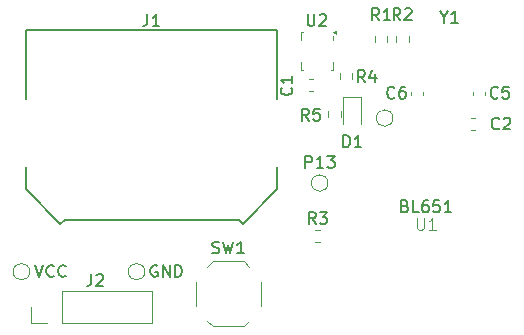
<source format=gbr>
%TF.GenerationSoftware,KiCad,Pcbnew,8.0.3*%
%TF.CreationDate,2024-06-24T08:11:51-04:00*%
%TF.ProjectId,bike_cadence_meter,62696b65-5f63-4616-9465-6e63655f6d65,rev?*%
%TF.SameCoordinates,Original*%
%TF.FileFunction,Legend,Top*%
%TF.FilePolarity,Positive*%
%FSLAX46Y46*%
G04 Gerber Fmt 4.6, Leading zero omitted, Abs format (unit mm)*
G04 Created by KiCad (PCBNEW 8.0.3) date 2024-06-24 08:11:51*
%MOMM*%
%LPD*%
G01*
G04 APERTURE LIST*
%ADD10C,0.150000*%
%ADD11C,0.100000*%
%ADD12C,0.120000*%
%ADD13C,0.127000*%
G04 APERTURE END LIST*
D10*
X62273809Y-22178628D02*
X62273809Y-22654819D01*
X61940476Y-21654819D02*
X62273809Y-22178628D01*
X62273809Y-22178628D02*
X62607142Y-21654819D01*
X63464285Y-22654819D02*
X62892857Y-22654819D01*
X63178571Y-22654819D02*
X63178571Y-21654819D01*
X63178571Y-21654819D02*
X63083333Y-21797676D01*
X63083333Y-21797676D02*
X62988095Y-21892914D01*
X62988095Y-21892914D02*
X62892857Y-21940533D01*
X27666667Y-43204819D02*
X28000000Y-44204819D01*
X28000000Y-44204819D02*
X28333333Y-43204819D01*
X29238095Y-44109580D02*
X29190476Y-44157200D01*
X29190476Y-44157200D02*
X29047619Y-44204819D01*
X29047619Y-44204819D02*
X28952381Y-44204819D01*
X28952381Y-44204819D02*
X28809524Y-44157200D01*
X28809524Y-44157200D02*
X28714286Y-44061961D01*
X28714286Y-44061961D02*
X28666667Y-43966723D01*
X28666667Y-43966723D02*
X28619048Y-43776247D01*
X28619048Y-43776247D02*
X28619048Y-43633390D01*
X28619048Y-43633390D02*
X28666667Y-43442914D01*
X28666667Y-43442914D02*
X28714286Y-43347676D01*
X28714286Y-43347676D02*
X28809524Y-43252438D01*
X28809524Y-43252438D02*
X28952381Y-43204819D01*
X28952381Y-43204819D02*
X29047619Y-43204819D01*
X29047619Y-43204819D02*
X29190476Y-43252438D01*
X29190476Y-43252438D02*
X29238095Y-43300057D01*
X30238095Y-44109580D02*
X30190476Y-44157200D01*
X30190476Y-44157200D02*
X30047619Y-44204819D01*
X30047619Y-44204819D02*
X29952381Y-44204819D01*
X29952381Y-44204819D02*
X29809524Y-44157200D01*
X29809524Y-44157200D02*
X29714286Y-44061961D01*
X29714286Y-44061961D02*
X29666667Y-43966723D01*
X29666667Y-43966723D02*
X29619048Y-43776247D01*
X29619048Y-43776247D02*
X29619048Y-43633390D01*
X29619048Y-43633390D02*
X29666667Y-43442914D01*
X29666667Y-43442914D02*
X29714286Y-43347676D01*
X29714286Y-43347676D02*
X29809524Y-43252438D01*
X29809524Y-43252438D02*
X29952381Y-43204819D01*
X29952381Y-43204819D02*
X30047619Y-43204819D01*
X30047619Y-43204819D02*
X30190476Y-43252438D01*
X30190476Y-43252438D02*
X30238095Y-43300057D01*
X37988095Y-43252438D02*
X37892857Y-43204819D01*
X37892857Y-43204819D02*
X37750000Y-43204819D01*
X37750000Y-43204819D02*
X37607143Y-43252438D01*
X37607143Y-43252438D02*
X37511905Y-43347676D01*
X37511905Y-43347676D02*
X37464286Y-43442914D01*
X37464286Y-43442914D02*
X37416667Y-43633390D01*
X37416667Y-43633390D02*
X37416667Y-43776247D01*
X37416667Y-43776247D02*
X37464286Y-43966723D01*
X37464286Y-43966723D02*
X37511905Y-44061961D01*
X37511905Y-44061961D02*
X37607143Y-44157200D01*
X37607143Y-44157200D02*
X37750000Y-44204819D01*
X37750000Y-44204819D02*
X37845238Y-44204819D01*
X37845238Y-44204819D02*
X37988095Y-44157200D01*
X37988095Y-44157200D02*
X38035714Y-44109580D01*
X38035714Y-44109580D02*
X38035714Y-43776247D01*
X38035714Y-43776247D02*
X37845238Y-43776247D01*
X38464286Y-44204819D02*
X38464286Y-43204819D01*
X38464286Y-43204819D02*
X39035714Y-44204819D01*
X39035714Y-44204819D02*
X39035714Y-43204819D01*
X39511905Y-44204819D02*
X39511905Y-43204819D01*
X39511905Y-43204819D02*
X39750000Y-43204819D01*
X39750000Y-43204819D02*
X39892857Y-43252438D01*
X39892857Y-43252438D02*
X39988095Y-43347676D01*
X39988095Y-43347676D02*
X40035714Y-43442914D01*
X40035714Y-43442914D02*
X40083333Y-43633390D01*
X40083333Y-43633390D02*
X40083333Y-43776247D01*
X40083333Y-43776247D02*
X40035714Y-43966723D01*
X40035714Y-43966723D02*
X39988095Y-44061961D01*
X39988095Y-44061961D02*
X39892857Y-44157200D01*
X39892857Y-44157200D02*
X39750000Y-44204819D01*
X39750000Y-44204819D02*
X39511905Y-44204819D01*
X50535714Y-34954819D02*
X50535714Y-33954819D01*
X50535714Y-33954819D02*
X50916666Y-33954819D01*
X50916666Y-33954819D02*
X51011904Y-34002438D01*
X51011904Y-34002438D02*
X51059523Y-34050057D01*
X51059523Y-34050057D02*
X51107142Y-34145295D01*
X51107142Y-34145295D02*
X51107142Y-34288152D01*
X51107142Y-34288152D02*
X51059523Y-34383390D01*
X51059523Y-34383390D02*
X51011904Y-34431009D01*
X51011904Y-34431009D02*
X50916666Y-34478628D01*
X50916666Y-34478628D02*
X50535714Y-34478628D01*
X52059523Y-34954819D02*
X51488095Y-34954819D01*
X51773809Y-34954819D02*
X51773809Y-33954819D01*
X51773809Y-33954819D02*
X51678571Y-34097676D01*
X51678571Y-34097676D02*
X51583333Y-34192914D01*
X51583333Y-34192914D02*
X51488095Y-34240533D01*
X52392857Y-33954819D02*
X53011904Y-33954819D01*
X53011904Y-33954819D02*
X52678571Y-34335771D01*
X52678571Y-34335771D02*
X52821428Y-34335771D01*
X52821428Y-34335771D02*
X52916666Y-34383390D01*
X52916666Y-34383390D02*
X52964285Y-34431009D01*
X52964285Y-34431009D02*
X53011904Y-34526247D01*
X53011904Y-34526247D02*
X53011904Y-34764342D01*
X53011904Y-34764342D02*
X52964285Y-34859580D01*
X52964285Y-34859580D02*
X52916666Y-34907200D01*
X52916666Y-34907200D02*
X52821428Y-34954819D01*
X52821428Y-34954819D02*
X52535714Y-34954819D01*
X52535714Y-34954819D02*
X52440476Y-34907200D01*
X52440476Y-34907200D02*
X52392857Y-34859580D01*
X50833333Y-30954819D02*
X50500000Y-30478628D01*
X50261905Y-30954819D02*
X50261905Y-29954819D01*
X50261905Y-29954819D02*
X50642857Y-29954819D01*
X50642857Y-29954819D02*
X50738095Y-30002438D01*
X50738095Y-30002438D02*
X50785714Y-30050057D01*
X50785714Y-30050057D02*
X50833333Y-30145295D01*
X50833333Y-30145295D02*
X50833333Y-30288152D01*
X50833333Y-30288152D02*
X50785714Y-30383390D01*
X50785714Y-30383390D02*
X50738095Y-30431009D01*
X50738095Y-30431009D02*
X50642857Y-30478628D01*
X50642857Y-30478628D02*
X50261905Y-30478628D01*
X51738095Y-29954819D02*
X51261905Y-29954819D01*
X51261905Y-29954819D02*
X51214286Y-30431009D01*
X51214286Y-30431009D02*
X51261905Y-30383390D01*
X51261905Y-30383390D02*
X51357143Y-30335771D01*
X51357143Y-30335771D02*
X51595238Y-30335771D01*
X51595238Y-30335771D02*
X51690476Y-30383390D01*
X51690476Y-30383390D02*
X51738095Y-30431009D01*
X51738095Y-30431009D02*
X51785714Y-30526247D01*
X51785714Y-30526247D02*
X51785714Y-30764342D01*
X51785714Y-30764342D02*
X51738095Y-30859580D01*
X51738095Y-30859580D02*
X51690476Y-30907200D01*
X51690476Y-30907200D02*
X51595238Y-30954819D01*
X51595238Y-30954819D02*
X51357143Y-30954819D01*
X51357143Y-30954819D02*
X51261905Y-30907200D01*
X51261905Y-30907200D02*
X51214286Y-30859580D01*
X58583333Y-22454819D02*
X58250000Y-21978628D01*
X58011905Y-22454819D02*
X58011905Y-21454819D01*
X58011905Y-21454819D02*
X58392857Y-21454819D01*
X58392857Y-21454819D02*
X58488095Y-21502438D01*
X58488095Y-21502438D02*
X58535714Y-21550057D01*
X58535714Y-21550057D02*
X58583333Y-21645295D01*
X58583333Y-21645295D02*
X58583333Y-21788152D01*
X58583333Y-21788152D02*
X58535714Y-21883390D01*
X58535714Y-21883390D02*
X58488095Y-21931009D01*
X58488095Y-21931009D02*
X58392857Y-21978628D01*
X58392857Y-21978628D02*
X58011905Y-21978628D01*
X58964286Y-21550057D02*
X59011905Y-21502438D01*
X59011905Y-21502438D02*
X59107143Y-21454819D01*
X59107143Y-21454819D02*
X59345238Y-21454819D01*
X59345238Y-21454819D02*
X59440476Y-21502438D01*
X59440476Y-21502438D02*
X59488095Y-21550057D01*
X59488095Y-21550057D02*
X59535714Y-21645295D01*
X59535714Y-21645295D02*
X59535714Y-21740533D01*
X59535714Y-21740533D02*
X59488095Y-21883390D01*
X59488095Y-21883390D02*
X58916667Y-22454819D01*
X58916667Y-22454819D02*
X59535714Y-22454819D01*
X32416666Y-43954819D02*
X32416666Y-44669104D01*
X32416666Y-44669104D02*
X32369047Y-44811961D01*
X32369047Y-44811961D02*
X32273809Y-44907200D01*
X32273809Y-44907200D02*
X32130952Y-44954819D01*
X32130952Y-44954819D02*
X32035714Y-44954819D01*
X32845238Y-44050057D02*
X32892857Y-44002438D01*
X32892857Y-44002438D02*
X32988095Y-43954819D01*
X32988095Y-43954819D02*
X33226190Y-43954819D01*
X33226190Y-43954819D02*
X33321428Y-44002438D01*
X33321428Y-44002438D02*
X33369047Y-44050057D01*
X33369047Y-44050057D02*
X33416666Y-44145295D01*
X33416666Y-44145295D02*
X33416666Y-44240533D01*
X33416666Y-44240533D02*
X33369047Y-44383390D01*
X33369047Y-44383390D02*
X32797619Y-44954819D01*
X32797619Y-44954819D02*
X33416666Y-44954819D01*
X55583333Y-27704819D02*
X55250000Y-27228628D01*
X55011905Y-27704819D02*
X55011905Y-26704819D01*
X55011905Y-26704819D02*
X55392857Y-26704819D01*
X55392857Y-26704819D02*
X55488095Y-26752438D01*
X55488095Y-26752438D02*
X55535714Y-26800057D01*
X55535714Y-26800057D02*
X55583333Y-26895295D01*
X55583333Y-26895295D02*
X55583333Y-27038152D01*
X55583333Y-27038152D02*
X55535714Y-27133390D01*
X55535714Y-27133390D02*
X55488095Y-27181009D01*
X55488095Y-27181009D02*
X55392857Y-27228628D01*
X55392857Y-27228628D02*
X55011905Y-27228628D01*
X56440476Y-27038152D02*
X56440476Y-27704819D01*
X56202381Y-26657200D02*
X55964286Y-27371485D01*
X55964286Y-27371485D02*
X56583333Y-27371485D01*
X56783333Y-22454819D02*
X56450000Y-21978628D01*
X56211905Y-22454819D02*
X56211905Y-21454819D01*
X56211905Y-21454819D02*
X56592857Y-21454819D01*
X56592857Y-21454819D02*
X56688095Y-21502438D01*
X56688095Y-21502438D02*
X56735714Y-21550057D01*
X56735714Y-21550057D02*
X56783333Y-21645295D01*
X56783333Y-21645295D02*
X56783333Y-21788152D01*
X56783333Y-21788152D02*
X56735714Y-21883390D01*
X56735714Y-21883390D02*
X56688095Y-21931009D01*
X56688095Y-21931009D02*
X56592857Y-21978628D01*
X56592857Y-21978628D02*
X56211905Y-21978628D01*
X57735714Y-22454819D02*
X57164286Y-22454819D01*
X57450000Y-22454819D02*
X57450000Y-21454819D01*
X57450000Y-21454819D02*
X57354762Y-21597676D01*
X57354762Y-21597676D02*
X57259524Y-21692914D01*
X57259524Y-21692914D02*
X57164286Y-21740533D01*
X66945833Y-31609580D02*
X66898214Y-31657200D01*
X66898214Y-31657200D02*
X66755357Y-31704819D01*
X66755357Y-31704819D02*
X66660119Y-31704819D01*
X66660119Y-31704819D02*
X66517262Y-31657200D01*
X66517262Y-31657200D02*
X66422024Y-31561961D01*
X66422024Y-31561961D02*
X66374405Y-31466723D01*
X66374405Y-31466723D02*
X66326786Y-31276247D01*
X66326786Y-31276247D02*
X66326786Y-31133390D01*
X66326786Y-31133390D02*
X66374405Y-30942914D01*
X66374405Y-30942914D02*
X66422024Y-30847676D01*
X66422024Y-30847676D02*
X66517262Y-30752438D01*
X66517262Y-30752438D02*
X66660119Y-30704819D01*
X66660119Y-30704819D02*
X66755357Y-30704819D01*
X66755357Y-30704819D02*
X66898214Y-30752438D01*
X66898214Y-30752438D02*
X66945833Y-30800057D01*
X67326786Y-30800057D02*
X67374405Y-30752438D01*
X67374405Y-30752438D02*
X67469643Y-30704819D01*
X67469643Y-30704819D02*
X67707738Y-30704819D01*
X67707738Y-30704819D02*
X67802976Y-30752438D01*
X67802976Y-30752438D02*
X67850595Y-30800057D01*
X67850595Y-30800057D02*
X67898214Y-30895295D01*
X67898214Y-30895295D02*
X67898214Y-30990533D01*
X67898214Y-30990533D02*
X67850595Y-31133390D01*
X67850595Y-31133390D02*
X67279167Y-31704819D01*
X67279167Y-31704819D02*
X67898214Y-31704819D01*
X58083333Y-28997080D02*
X58035714Y-29044700D01*
X58035714Y-29044700D02*
X57892857Y-29092319D01*
X57892857Y-29092319D02*
X57797619Y-29092319D01*
X57797619Y-29092319D02*
X57654762Y-29044700D01*
X57654762Y-29044700D02*
X57559524Y-28949461D01*
X57559524Y-28949461D02*
X57511905Y-28854223D01*
X57511905Y-28854223D02*
X57464286Y-28663747D01*
X57464286Y-28663747D02*
X57464286Y-28520890D01*
X57464286Y-28520890D02*
X57511905Y-28330414D01*
X57511905Y-28330414D02*
X57559524Y-28235176D01*
X57559524Y-28235176D02*
X57654762Y-28139938D01*
X57654762Y-28139938D02*
X57797619Y-28092319D01*
X57797619Y-28092319D02*
X57892857Y-28092319D01*
X57892857Y-28092319D02*
X58035714Y-28139938D01*
X58035714Y-28139938D02*
X58083333Y-28187557D01*
X58940476Y-28092319D02*
X58750000Y-28092319D01*
X58750000Y-28092319D02*
X58654762Y-28139938D01*
X58654762Y-28139938D02*
X58607143Y-28187557D01*
X58607143Y-28187557D02*
X58511905Y-28330414D01*
X58511905Y-28330414D02*
X58464286Y-28520890D01*
X58464286Y-28520890D02*
X58464286Y-28901842D01*
X58464286Y-28901842D02*
X58511905Y-28997080D01*
X58511905Y-28997080D02*
X58559524Y-29044700D01*
X58559524Y-29044700D02*
X58654762Y-29092319D01*
X58654762Y-29092319D02*
X58845238Y-29092319D01*
X58845238Y-29092319D02*
X58940476Y-29044700D01*
X58940476Y-29044700D02*
X58988095Y-28997080D01*
X58988095Y-28997080D02*
X59035714Y-28901842D01*
X59035714Y-28901842D02*
X59035714Y-28663747D01*
X59035714Y-28663747D02*
X58988095Y-28568509D01*
X58988095Y-28568509D02*
X58940476Y-28520890D01*
X58940476Y-28520890D02*
X58845238Y-28473271D01*
X58845238Y-28473271D02*
X58654762Y-28473271D01*
X58654762Y-28473271D02*
X58559524Y-28520890D01*
X58559524Y-28520890D02*
X58511905Y-28568509D01*
X58511905Y-28568509D02*
X58464286Y-28663747D01*
X49347080Y-28166666D02*
X49394700Y-28214285D01*
X49394700Y-28214285D02*
X49442319Y-28357142D01*
X49442319Y-28357142D02*
X49442319Y-28452380D01*
X49442319Y-28452380D02*
X49394700Y-28595237D01*
X49394700Y-28595237D02*
X49299461Y-28690475D01*
X49299461Y-28690475D02*
X49204223Y-28738094D01*
X49204223Y-28738094D02*
X49013747Y-28785713D01*
X49013747Y-28785713D02*
X48870890Y-28785713D01*
X48870890Y-28785713D02*
X48680414Y-28738094D01*
X48680414Y-28738094D02*
X48585176Y-28690475D01*
X48585176Y-28690475D02*
X48489938Y-28595237D01*
X48489938Y-28595237D02*
X48442319Y-28452380D01*
X48442319Y-28452380D02*
X48442319Y-28357142D01*
X48442319Y-28357142D02*
X48489938Y-28214285D01*
X48489938Y-28214285D02*
X48537557Y-28166666D01*
X49442319Y-27214285D02*
X49442319Y-27785713D01*
X49442319Y-27499999D02*
X48442319Y-27499999D01*
X48442319Y-27499999D02*
X48585176Y-27595237D01*
X48585176Y-27595237D02*
X48680414Y-27690475D01*
X48680414Y-27690475D02*
X48728033Y-27785713D01*
X51408333Y-39704819D02*
X51075000Y-39228628D01*
X50836905Y-39704819D02*
X50836905Y-38704819D01*
X50836905Y-38704819D02*
X51217857Y-38704819D01*
X51217857Y-38704819D02*
X51313095Y-38752438D01*
X51313095Y-38752438D02*
X51360714Y-38800057D01*
X51360714Y-38800057D02*
X51408333Y-38895295D01*
X51408333Y-38895295D02*
X51408333Y-39038152D01*
X51408333Y-39038152D02*
X51360714Y-39133390D01*
X51360714Y-39133390D02*
X51313095Y-39181009D01*
X51313095Y-39181009D02*
X51217857Y-39228628D01*
X51217857Y-39228628D02*
X50836905Y-39228628D01*
X51741667Y-38704819D02*
X52360714Y-38704819D01*
X52360714Y-38704819D02*
X52027381Y-39085771D01*
X52027381Y-39085771D02*
X52170238Y-39085771D01*
X52170238Y-39085771D02*
X52265476Y-39133390D01*
X52265476Y-39133390D02*
X52313095Y-39181009D01*
X52313095Y-39181009D02*
X52360714Y-39276247D01*
X52360714Y-39276247D02*
X52360714Y-39514342D01*
X52360714Y-39514342D02*
X52313095Y-39609580D01*
X52313095Y-39609580D02*
X52265476Y-39657200D01*
X52265476Y-39657200D02*
X52170238Y-39704819D01*
X52170238Y-39704819D02*
X51884524Y-39704819D01*
X51884524Y-39704819D02*
X51789286Y-39657200D01*
X51789286Y-39657200D02*
X51741667Y-39609580D01*
D11*
X59988095Y-39207419D02*
X59988095Y-40016942D01*
X59988095Y-40016942D02*
X60035714Y-40112180D01*
X60035714Y-40112180D02*
X60083333Y-40159800D01*
X60083333Y-40159800D02*
X60178571Y-40207419D01*
X60178571Y-40207419D02*
X60369047Y-40207419D01*
X60369047Y-40207419D02*
X60464285Y-40159800D01*
X60464285Y-40159800D02*
X60511904Y-40112180D01*
X60511904Y-40112180D02*
X60559523Y-40016942D01*
X60559523Y-40016942D02*
X60559523Y-39207419D01*
X61559523Y-40207419D02*
X60988095Y-40207419D01*
X61273809Y-40207419D02*
X61273809Y-39207419D01*
X61273809Y-39207419D02*
X61178571Y-39350276D01*
X61178571Y-39350276D02*
X61083333Y-39445514D01*
X61083333Y-39445514D02*
X60988095Y-39493133D01*
D10*
X58988095Y-38181009D02*
X59130952Y-38228628D01*
X59130952Y-38228628D02*
X59178571Y-38276247D01*
X59178571Y-38276247D02*
X59226190Y-38371485D01*
X59226190Y-38371485D02*
X59226190Y-38514342D01*
X59226190Y-38514342D02*
X59178571Y-38609580D01*
X59178571Y-38609580D02*
X59130952Y-38657200D01*
X59130952Y-38657200D02*
X59035714Y-38704819D01*
X59035714Y-38704819D02*
X58654762Y-38704819D01*
X58654762Y-38704819D02*
X58654762Y-37704819D01*
X58654762Y-37704819D02*
X58988095Y-37704819D01*
X58988095Y-37704819D02*
X59083333Y-37752438D01*
X59083333Y-37752438D02*
X59130952Y-37800057D01*
X59130952Y-37800057D02*
X59178571Y-37895295D01*
X59178571Y-37895295D02*
X59178571Y-37990533D01*
X59178571Y-37990533D02*
X59130952Y-38085771D01*
X59130952Y-38085771D02*
X59083333Y-38133390D01*
X59083333Y-38133390D02*
X58988095Y-38181009D01*
X58988095Y-38181009D02*
X58654762Y-38181009D01*
X60130952Y-38704819D02*
X59654762Y-38704819D01*
X59654762Y-38704819D02*
X59654762Y-37704819D01*
X60892857Y-37704819D02*
X60702381Y-37704819D01*
X60702381Y-37704819D02*
X60607143Y-37752438D01*
X60607143Y-37752438D02*
X60559524Y-37800057D01*
X60559524Y-37800057D02*
X60464286Y-37942914D01*
X60464286Y-37942914D02*
X60416667Y-38133390D01*
X60416667Y-38133390D02*
X60416667Y-38514342D01*
X60416667Y-38514342D02*
X60464286Y-38609580D01*
X60464286Y-38609580D02*
X60511905Y-38657200D01*
X60511905Y-38657200D02*
X60607143Y-38704819D01*
X60607143Y-38704819D02*
X60797619Y-38704819D01*
X60797619Y-38704819D02*
X60892857Y-38657200D01*
X60892857Y-38657200D02*
X60940476Y-38609580D01*
X60940476Y-38609580D02*
X60988095Y-38514342D01*
X60988095Y-38514342D02*
X60988095Y-38276247D01*
X60988095Y-38276247D02*
X60940476Y-38181009D01*
X60940476Y-38181009D02*
X60892857Y-38133390D01*
X60892857Y-38133390D02*
X60797619Y-38085771D01*
X60797619Y-38085771D02*
X60607143Y-38085771D01*
X60607143Y-38085771D02*
X60511905Y-38133390D01*
X60511905Y-38133390D02*
X60464286Y-38181009D01*
X60464286Y-38181009D02*
X60416667Y-38276247D01*
X61892857Y-37704819D02*
X61416667Y-37704819D01*
X61416667Y-37704819D02*
X61369048Y-38181009D01*
X61369048Y-38181009D02*
X61416667Y-38133390D01*
X61416667Y-38133390D02*
X61511905Y-38085771D01*
X61511905Y-38085771D02*
X61750000Y-38085771D01*
X61750000Y-38085771D02*
X61845238Y-38133390D01*
X61845238Y-38133390D02*
X61892857Y-38181009D01*
X61892857Y-38181009D02*
X61940476Y-38276247D01*
X61940476Y-38276247D02*
X61940476Y-38514342D01*
X61940476Y-38514342D02*
X61892857Y-38609580D01*
X61892857Y-38609580D02*
X61845238Y-38657200D01*
X61845238Y-38657200D02*
X61750000Y-38704819D01*
X61750000Y-38704819D02*
X61511905Y-38704819D01*
X61511905Y-38704819D02*
X61416667Y-38657200D01*
X61416667Y-38657200D02*
X61369048Y-38609580D01*
X62892857Y-38704819D02*
X62321429Y-38704819D01*
X62607143Y-38704819D02*
X62607143Y-37704819D01*
X62607143Y-37704819D02*
X62511905Y-37847676D01*
X62511905Y-37847676D02*
X62416667Y-37942914D01*
X62416667Y-37942914D02*
X62321429Y-37990533D01*
X42666667Y-42157200D02*
X42809524Y-42204819D01*
X42809524Y-42204819D02*
X43047619Y-42204819D01*
X43047619Y-42204819D02*
X43142857Y-42157200D01*
X43142857Y-42157200D02*
X43190476Y-42109580D01*
X43190476Y-42109580D02*
X43238095Y-42014342D01*
X43238095Y-42014342D02*
X43238095Y-41919104D01*
X43238095Y-41919104D02*
X43190476Y-41823866D01*
X43190476Y-41823866D02*
X43142857Y-41776247D01*
X43142857Y-41776247D02*
X43047619Y-41728628D01*
X43047619Y-41728628D02*
X42857143Y-41681009D01*
X42857143Y-41681009D02*
X42761905Y-41633390D01*
X42761905Y-41633390D02*
X42714286Y-41585771D01*
X42714286Y-41585771D02*
X42666667Y-41490533D01*
X42666667Y-41490533D02*
X42666667Y-41395295D01*
X42666667Y-41395295D02*
X42714286Y-41300057D01*
X42714286Y-41300057D02*
X42761905Y-41252438D01*
X42761905Y-41252438D02*
X42857143Y-41204819D01*
X42857143Y-41204819D02*
X43095238Y-41204819D01*
X43095238Y-41204819D02*
X43238095Y-41252438D01*
X43571429Y-41204819D02*
X43809524Y-42204819D01*
X43809524Y-42204819D02*
X44000000Y-41490533D01*
X44000000Y-41490533D02*
X44190476Y-42204819D01*
X44190476Y-42204819D02*
X44428572Y-41204819D01*
X45333333Y-42204819D02*
X44761905Y-42204819D01*
X45047619Y-42204819D02*
X45047619Y-41204819D01*
X45047619Y-41204819D02*
X44952381Y-41347676D01*
X44952381Y-41347676D02*
X44857143Y-41442914D01*
X44857143Y-41442914D02*
X44761905Y-41490533D01*
X53761905Y-33204819D02*
X53761905Y-32204819D01*
X53761905Y-32204819D02*
X54000000Y-32204819D01*
X54000000Y-32204819D02*
X54142857Y-32252438D01*
X54142857Y-32252438D02*
X54238095Y-32347676D01*
X54238095Y-32347676D02*
X54285714Y-32442914D01*
X54285714Y-32442914D02*
X54333333Y-32633390D01*
X54333333Y-32633390D02*
X54333333Y-32776247D01*
X54333333Y-32776247D02*
X54285714Y-32966723D01*
X54285714Y-32966723D02*
X54238095Y-33061961D01*
X54238095Y-33061961D02*
X54142857Y-33157200D01*
X54142857Y-33157200D02*
X54000000Y-33204819D01*
X54000000Y-33204819D02*
X53761905Y-33204819D01*
X55285714Y-33204819D02*
X54714286Y-33204819D01*
X55000000Y-33204819D02*
X55000000Y-32204819D01*
X55000000Y-32204819D02*
X54904762Y-32347676D01*
X54904762Y-32347676D02*
X54809524Y-32442914D01*
X54809524Y-32442914D02*
X54714286Y-32490533D01*
X37166666Y-21954819D02*
X37166666Y-22669104D01*
X37166666Y-22669104D02*
X37119047Y-22811961D01*
X37119047Y-22811961D02*
X37023809Y-22907200D01*
X37023809Y-22907200D02*
X36880952Y-22954819D01*
X36880952Y-22954819D02*
X36785714Y-22954819D01*
X38166666Y-22954819D02*
X37595238Y-22954819D01*
X37880952Y-22954819D02*
X37880952Y-21954819D01*
X37880952Y-21954819D02*
X37785714Y-22097676D01*
X37785714Y-22097676D02*
X37690476Y-22192914D01*
X37690476Y-22192914D02*
X37595238Y-22240533D01*
X66833333Y-28997080D02*
X66785714Y-29044700D01*
X66785714Y-29044700D02*
X66642857Y-29092319D01*
X66642857Y-29092319D02*
X66547619Y-29092319D01*
X66547619Y-29092319D02*
X66404762Y-29044700D01*
X66404762Y-29044700D02*
X66309524Y-28949461D01*
X66309524Y-28949461D02*
X66261905Y-28854223D01*
X66261905Y-28854223D02*
X66214286Y-28663747D01*
X66214286Y-28663747D02*
X66214286Y-28520890D01*
X66214286Y-28520890D02*
X66261905Y-28330414D01*
X66261905Y-28330414D02*
X66309524Y-28235176D01*
X66309524Y-28235176D02*
X66404762Y-28139938D01*
X66404762Y-28139938D02*
X66547619Y-28092319D01*
X66547619Y-28092319D02*
X66642857Y-28092319D01*
X66642857Y-28092319D02*
X66785714Y-28139938D01*
X66785714Y-28139938D02*
X66833333Y-28187557D01*
X67738095Y-28092319D02*
X67261905Y-28092319D01*
X67261905Y-28092319D02*
X67214286Y-28568509D01*
X67214286Y-28568509D02*
X67261905Y-28520890D01*
X67261905Y-28520890D02*
X67357143Y-28473271D01*
X67357143Y-28473271D02*
X67595238Y-28473271D01*
X67595238Y-28473271D02*
X67690476Y-28520890D01*
X67690476Y-28520890D02*
X67738095Y-28568509D01*
X67738095Y-28568509D02*
X67785714Y-28663747D01*
X67785714Y-28663747D02*
X67785714Y-28901842D01*
X67785714Y-28901842D02*
X67738095Y-28997080D01*
X67738095Y-28997080D02*
X67690476Y-29044700D01*
X67690476Y-29044700D02*
X67595238Y-29092319D01*
X67595238Y-29092319D02*
X67357143Y-29092319D01*
X67357143Y-29092319D02*
X67261905Y-29044700D01*
X67261905Y-29044700D02*
X67214286Y-28997080D01*
X50738095Y-21954819D02*
X50738095Y-22764342D01*
X50738095Y-22764342D02*
X50785714Y-22859580D01*
X50785714Y-22859580D02*
X50833333Y-22907200D01*
X50833333Y-22907200D02*
X50928571Y-22954819D01*
X50928571Y-22954819D02*
X51119047Y-22954819D01*
X51119047Y-22954819D02*
X51214285Y-22907200D01*
X51214285Y-22907200D02*
X51261904Y-22859580D01*
X51261904Y-22859580D02*
X51309523Y-22764342D01*
X51309523Y-22764342D02*
X51309523Y-21954819D01*
X51738095Y-22050057D02*
X51785714Y-22002438D01*
X51785714Y-22002438D02*
X51880952Y-21954819D01*
X51880952Y-21954819D02*
X52119047Y-21954819D01*
X52119047Y-21954819D02*
X52214285Y-22002438D01*
X52214285Y-22002438D02*
X52261904Y-22050057D01*
X52261904Y-22050057D02*
X52309523Y-22145295D01*
X52309523Y-22145295D02*
X52309523Y-22240533D01*
X52309523Y-22240533D02*
X52261904Y-22383390D01*
X52261904Y-22383390D02*
X51690476Y-22954819D01*
X51690476Y-22954819D02*
X52309523Y-22954819D01*
D12*
%TO.C,TP4*%
X57950000Y-30750000D02*
G75*
G02*
X56550000Y-30750000I-700000J0D01*
G01*
X56550000Y-30750000D02*
G75*
G02*
X57950000Y-30750000I700000J0D01*
G01*
%TO.C,VCC*%
X27200000Y-43750000D02*
G75*
G02*
X25800000Y-43750000I-700000J0D01*
G01*
X25800000Y-43750000D02*
G75*
G02*
X27200000Y-43750000I700000J0D01*
G01*
%TO.C,GND*%
X36950000Y-43750000D02*
G75*
G02*
X35550000Y-43750000I-700000J0D01*
G01*
X35550000Y-43750000D02*
G75*
G02*
X36950000Y-43750000I700000J0D01*
G01*
%TO.C,P13*%
X52450000Y-36250000D02*
G75*
G02*
X51050000Y-36250000I-700000J0D01*
G01*
X51050000Y-36250000D02*
G75*
G02*
X52450000Y-36250000I700000J0D01*
G01*
%TO.C,R5*%
X52477500Y-30662258D02*
X52477500Y-30187742D01*
X53522500Y-30662258D02*
X53522500Y-30187742D01*
%TO.C,R2*%
X58227500Y-24312258D02*
X58227500Y-23837742D01*
X59272500Y-24312258D02*
X59272500Y-23837742D01*
%TO.C,J2*%
X27300000Y-48080000D02*
X27300000Y-46750000D01*
X28630000Y-48080000D02*
X27300000Y-48080000D01*
X29900000Y-45420000D02*
X37580000Y-45420000D01*
X29900000Y-48080000D02*
X29900000Y-45420000D01*
X29900000Y-48080000D02*
X37580000Y-48080000D01*
X37580000Y-48080000D02*
X37580000Y-45420000D01*
%TO.C,R4*%
X53477500Y-26937742D02*
X53477500Y-27412258D01*
X54522500Y-26937742D02*
X54522500Y-27412258D01*
%TO.C,R1*%
X56427500Y-23837742D02*
X56427500Y-24312258D01*
X57472500Y-23837742D02*
X57472500Y-24312258D01*
%TO.C,C2*%
X64865580Y-30770000D02*
X64584420Y-30770000D01*
X64865580Y-31790000D02*
X64584420Y-31790000D01*
%TO.C,C6*%
X59490000Y-28496920D02*
X59490000Y-28778080D01*
X60510000Y-28496920D02*
X60510000Y-28778080D01*
%TO.C,C1*%
X51165580Y-27460000D02*
X50884420Y-27460000D01*
X51165580Y-28480000D02*
X50884420Y-28480000D01*
%TO.C,R3*%
X51337742Y-40227500D02*
X51812258Y-40227500D01*
X51337742Y-41272500D02*
X51812258Y-41272500D01*
%TO.C,SW1*%
X41250000Y-46625000D02*
X41250000Y-44625000D01*
X42250000Y-43325000D02*
X42700000Y-42875000D01*
X42250000Y-47925000D02*
X42700000Y-48375000D01*
X45300000Y-42875000D02*
X42700000Y-42875000D01*
X45300000Y-48375000D02*
X42700000Y-48375000D01*
X45750000Y-43325000D02*
X45300000Y-42875000D01*
X45750000Y-47925000D02*
X45300000Y-48375000D01*
X46750000Y-46625000D02*
X46750000Y-44625000D01*
%TO.C,D1*%
X53765000Y-28977500D02*
X53765000Y-31262500D01*
X55235000Y-28977500D02*
X53765000Y-28977500D01*
X55235000Y-31262500D02*
X55235000Y-28977500D01*
D13*
%TO.C,J1*%
X26910000Y-23271400D02*
X26910000Y-29100000D01*
X26910000Y-36722970D02*
X26910000Y-34900000D01*
X29780870Y-39741460D02*
X26910000Y-36722970D01*
X30149000Y-39391400D02*
X29780870Y-39741460D01*
X44881000Y-39391400D02*
X30149000Y-39391400D01*
X45249130Y-39741460D02*
X44881000Y-39391400D01*
X45249130Y-39741460D02*
X48120000Y-36722970D01*
X48120000Y-23271400D02*
X26910000Y-23271400D01*
X48120000Y-23271400D02*
X48120000Y-29100000D01*
X48120000Y-36722970D02*
X48120000Y-34900000D01*
D12*
%TO.C,C5*%
X64740000Y-28496920D02*
X64740000Y-28778080D01*
X65760000Y-28496920D02*
X65760000Y-28778080D01*
%TO.C,U2*%
X50190000Y-23477500D02*
X50365000Y-23477500D01*
X50190000Y-24152500D02*
X50190000Y-23477500D01*
X50190000Y-26022500D02*
X50190000Y-26697500D01*
X50190000Y-26697500D02*
X50365000Y-26697500D01*
X52910000Y-24152500D02*
X52910000Y-23777500D01*
X52910000Y-26022500D02*
X52910000Y-26697500D01*
X52910000Y-26697500D02*
X52735000Y-26697500D01*
X53100000Y-23617500D02*
X52910000Y-23477500D01*
X53100000Y-23337500D01*
X53100000Y-23617500D01*
G36*
X53100000Y-23617500D02*
G01*
X52910000Y-23477500D01*
X53100000Y-23337500D01*
X53100000Y-23617500D01*
G37*
%TD*%
M02*

</source>
